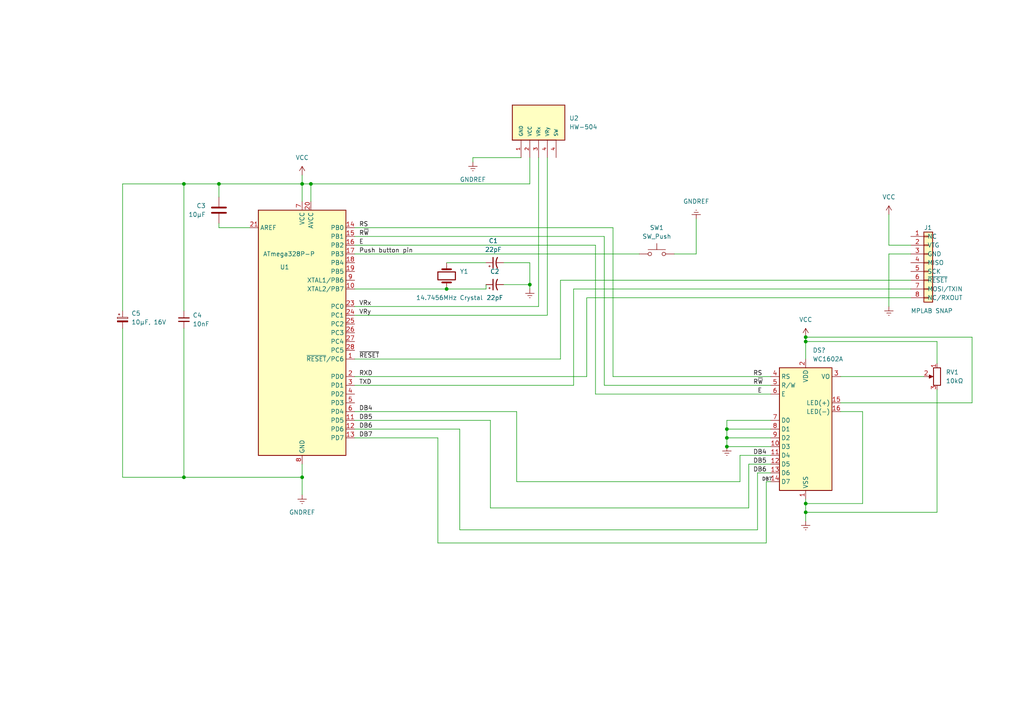
<source format=kicad_sch>
(kicad_sch (version 20211123) (generator eeschema)

  (uuid bc4e798d-005a-447a-9cbb-ffaa2d0a4a4a)

  (paper "A4")

  (title_block
    (title "ECE 312 Lab 3 Schematic")
    (date "2021-11-17")
    (company "University of Alberta")
    (comment 1 "Name: Youssef Elmarasy")
    (comment 2 "ID: 1667093")
    (comment 3 "CCID: yelmaras")
  )

  (lib_symbols
    (symbol "Connector_Generic:Conn_01x08" (pin_names (offset 1.016)) (in_bom yes) (on_board yes)
      (property "Reference" "J1" (id 0) (at -1.27 10.16 0)
        (effects (font (size 1.27 1.27)) (justify left))
      )
      (property "Value" "MPLAB SNAP" (id 1) (at -5.08 -13.97 0)
        (effects (font (size 1.27 1.27)) (justify left))
      )
      (property "Footprint" "" (id 2) (at 0 0 0)
        (effects (font (size 1.27 1.27)) hide)
      )
      (property "Datasheet" "~" (id 3) (at 0 0 0)
        (effects (font (size 1.27 1.27)) hide)
      )
      (property "ki_keywords" "connector" (id 4) (at 0 0 0)
        (effects (font (size 1.27 1.27)) hide)
      )
      (property "ki_description" "Generic connector, single row, 01x08, script generated (kicad-library-utils/schlib/autogen/connector/)" (id 5) (at 0 0 0)
        (effects (font (size 1.27 1.27)) hide)
      )
      (property "ki_fp_filters" "Connector*:*_1x??_*" (id 6) (at 0 0 0)
        (effects (font (size 1.27 1.27)) hide)
      )
      (symbol "Conn_01x08_1_1"
        (rectangle (start -1.27 -10.033) (end 0 -10.287)
          (stroke (width 0.1524) (type default) (color 0 0 0 0))
          (fill (type none))
        )
        (rectangle (start -1.27 -7.493) (end 0 -7.747)
          (stroke (width 0.1524) (type default) (color 0 0 0 0))
          (fill (type none))
        )
        (rectangle (start -1.27 -4.953) (end 0 -5.207)
          (stroke (width 0.1524) (type default) (color 0 0 0 0))
          (fill (type none))
        )
        (rectangle (start -1.27 -2.413) (end 0 -2.667)
          (stroke (width 0.1524) (type default) (color 0 0 0 0))
          (fill (type none))
        )
        (rectangle (start -1.27 0.127) (end 0 -0.127)
          (stroke (width 0.1524) (type default) (color 0 0 0 0))
          (fill (type none))
        )
        (rectangle (start -1.27 2.667) (end 0 2.413)
          (stroke (width 0.1524) (type default) (color 0 0 0 0))
          (fill (type none))
        )
        (rectangle (start -1.27 5.207) (end 0 4.953)
          (stroke (width 0.1524) (type default) (color 0 0 0 0))
          (fill (type none))
        )
        (rectangle (start -1.27 7.747) (end 0 7.493)
          (stroke (width 0.1524) (type default) (color 0 0 0 0))
          (fill (type none))
        )
        (rectangle (start -1.27 8.89) (end 1.27 -11.43)
          (stroke (width 0.254) (type default) (color 0 0 0 0))
          (fill (type background))
        )
        (pin passive line (at -5.08 7.62 0) (length 3.81)
          (name "NC" (effects (font (size 1.27 1.27))))
          (number "1" (effects (font (size 1.27 1.27))))
        )
        (pin passive line (at -5.08 5.08 0) (length 3.81)
          (name "VTG" (effects (font (size 1.27 1.27))))
          (number "2" (effects (font (size 1.27 1.27))))
        )
        (pin passive line (at -5.08 2.54 0) (length 3.81)
          (name "GND" (effects (font (size 1.27 1.27))))
          (number "3" (effects (font (size 1.27 1.27))))
        )
        (pin passive line (at -5.08 0 0) (length 3.81)
          (name "MISO" (effects (font (size 1.27 1.27))))
          (number "4" (effects (font (size 1.27 1.27))))
        )
        (pin passive line (at -5.08 -2.54 0) (length 3.81)
          (name "SCK" (effects (font (size 1.27 1.27))))
          (number "5" (effects (font (size 1.27 1.27))))
        )
        (pin passive line (at -5.08 -5.08 0) (length 3.81)
          (name "~{RESET}" (effects (font (size 1.27 1.27))))
          (number "6" (effects (font (size 1.27 1.27))))
        )
        (pin passive line (at -5.08 -7.62 0) (length 3.81)
          (name "MOSI/TXIN" (effects (font (size 1.27 1.27))))
          (number "7" (effects (font (size 1.27 1.27))))
        )
        (pin passive line (at -5.08 -10.16 0) (length 3.81)
          (name "NC/RXOUT" (effects (font (size 1.27 1.27))))
          (number "8" (effects (font (size 1.27 1.27))))
        )
      )
    )
    (symbol "Device:C" (pin_numbers hide) (pin_names (offset 0.254)) (in_bom yes) (on_board yes)
      (property "Reference" "C" (id 0) (at 0.635 2.54 0)
        (effects (font (size 1.27 1.27)) (justify left))
      )
      (property "Value" "C" (id 1) (at 0.635 -2.54 0)
        (effects (font (size 1.27 1.27)) (justify left))
      )
      (property "Footprint" "" (id 2) (at 0.9652 -3.81 0)
        (effects (font (size 1.27 1.27)) hide)
      )
      (property "Datasheet" "~" (id 3) (at 0 0 0)
        (effects (font (size 1.27 1.27)) hide)
      )
      (property "ki_keywords" "cap capacitor" (id 4) (at 0 0 0)
        (effects (font (size 1.27 1.27)) hide)
      )
      (property "ki_description" "Unpolarized capacitor" (id 5) (at 0 0 0)
        (effects (font (size 1.27 1.27)) hide)
      )
      (property "ki_fp_filters" "C_*" (id 6) (at 0 0 0)
        (effects (font (size 1.27 1.27)) hide)
      )
      (symbol "C_0_1"
        (polyline
          (pts
            (xy -2.032 -0.762)
            (xy 2.032 -0.762)
          )
          (stroke (width 0.508) (type default) (color 0 0 0 0))
          (fill (type none))
        )
        (polyline
          (pts
            (xy -2.032 0.762)
            (xy 2.032 0.762)
          )
          (stroke (width 0.508) (type default) (color 0 0 0 0))
          (fill (type none))
        )
      )
      (symbol "C_1_1"
        (pin passive line (at 0 3.81 270) (length 2.794)
          (name "~" (effects (font (size 1.27 1.27))))
          (number "1" (effects (font (size 1.27 1.27))))
        )
        (pin passive line (at 0 -3.81 90) (length 2.794)
          (name "~" (effects (font (size 1.27 1.27))))
          (number "2" (effects (font (size 1.27 1.27))))
        )
      )
    )
    (symbol "Device:C_Polarized_Small" (pin_numbers hide) (pin_names (offset 0.254) hide) (in_bom yes) (on_board yes)
      (property "Reference" "C" (id 0) (at 0.254 1.778 0)
        (effects (font (size 1.27 1.27)) (justify left))
      )
      (property "Value" "C_Polarized_Small" (id 1) (at 0.254 -2.032 0)
        (effects (font (size 1.27 1.27)) (justify left))
      )
      (property "Footprint" "" (id 2) (at 0 0 0)
        (effects (font (size 1.27 1.27)) hide)
      )
      (property "Datasheet" "~" (id 3) (at 0 0 0)
        (effects (font (size 1.27 1.27)) hide)
      )
      (property "ki_keywords" "cap capacitor" (id 4) (at 0 0 0)
        (effects (font (size 1.27 1.27)) hide)
      )
      (property "ki_description" "Polarized capacitor, small symbol" (id 5) (at 0 0 0)
        (effects (font (size 1.27 1.27)) hide)
      )
      (property "ki_fp_filters" "CP_*" (id 6) (at 0 0 0)
        (effects (font (size 1.27 1.27)) hide)
      )
      (symbol "C_Polarized_Small_0_1"
        (rectangle (start -1.524 -0.3048) (end 1.524 -0.6858)
          (stroke (width 0) (type default) (color 0 0 0 0))
          (fill (type outline))
        )
        (rectangle (start -1.524 0.6858) (end 1.524 0.3048)
          (stroke (width 0) (type default) (color 0 0 0 0))
          (fill (type none))
        )
        (polyline
          (pts
            (xy -1.27 1.524)
            (xy -0.762 1.524)
          )
          (stroke (width 0) (type default) (color 0 0 0 0))
          (fill (type none))
        )
        (polyline
          (pts
            (xy -1.016 1.27)
            (xy -1.016 1.778)
          )
          (stroke (width 0) (type default) (color 0 0 0 0))
          (fill (type none))
        )
      )
      (symbol "C_Polarized_Small_1_1"
        (pin passive line (at 0 2.54 270) (length 1.8542)
          (name "~" (effects (font (size 1.27 1.27))))
          (number "1" (effects (font (size 1.27 1.27))))
        )
        (pin passive line (at 0 -2.54 90) (length 1.8542)
          (name "~" (effects (font (size 1.27 1.27))))
          (number "2" (effects (font (size 1.27 1.27))))
        )
      )
    )
    (symbol "Device:C_Polarized_Small_US" (pin_numbers hide) (pin_names (offset 0.254) hide) (in_bom yes) (on_board yes)
      (property "Reference" "C" (id 0) (at 0.254 1.778 0)
        (effects (font (size 1.27 1.27)) (justify left))
      )
      (property "Value" "C_Polarized_Small_US" (id 1) (at 0.254 -2.032 0)
        (effects (font (size 1.27 1.27)) (justify left))
      )
      (property "Footprint" "" (id 2) (at 0 0 0)
        (effects (font (size 1.27 1.27)) hide)
      )
      (property "Datasheet" "~" (id 3) (at 0 0 0)
        (effects (font (size 1.27 1.27)) hide)
      )
      (property "ki_keywords" "cap capacitor" (id 4) (at 0 0 0)
        (effects (font (size 1.27 1.27)) hide)
      )
      (property "ki_description" "Polarized capacitor, small US symbol" (id 5) (at 0 0 0)
        (effects (font (size 1.27 1.27)) hide)
      )
      (property "ki_fp_filters" "CP_*" (id 6) (at 0 0 0)
        (effects (font (size 1.27 1.27)) hide)
      )
      (symbol "C_Polarized_Small_US_0_1"
        (polyline
          (pts
            (xy -1.524 0.508)
            (xy 1.524 0.508)
          )
          (stroke (width 0.3048) (type default) (color 0 0 0 0))
          (fill (type none))
        )
        (polyline
          (pts
            (xy -1.27 1.524)
            (xy -0.762 1.524)
          )
          (stroke (width 0) (type default) (color 0 0 0 0))
          (fill (type none))
        )
        (polyline
          (pts
            (xy -1.016 1.27)
            (xy -1.016 1.778)
          )
          (stroke (width 0) (type default) (color 0 0 0 0))
          (fill (type none))
        )
        (arc (start 1.524 -0.762) (mid 0 -0.3734) (end -1.524 -0.762)
          (stroke (width 0.3048) (type default) (color 0 0 0 0))
          (fill (type none))
        )
      )
      (symbol "C_Polarized_Small_US_1_1"
        (pin passive line (at 0 2.54 270) (length 2.032)
          (name "~" (effects (font (size 1.27 1.27))))
          (number "1" (effects (font (size 1.27 1.27))))
        )
        (pin passive line (at 0 -2.54 90) (length 2.032)
          (name "~" (effects (font (size 1.27 1.27))))
          (number "2" (effects (font (size 1.27 1.27))))
        )
      )
    )
    (symbol "Device:C_Small" (pin_numbers hide) (pin_names (offset 0.254) hide) (in_bom yes) (on_board yes)
      (property "Reference" "C" (id 0) (at 0.254 1.778 0)
        (effects (font (size 1.27 1.27)) (justify left))
      )
      (property "Value" "C_Small" (id 1) (at 0.254 -2.032 0)
        (effects (font (size 1.27 1.27)) (justify left))
      )
      (property "Footprint" "" (id 2) (at 0 0 0)
        (effects (font (size 1.27 1.27)) hide)
      )
      (property "Datasheet" "~" (id 3) (at 0 0 0)
        (effects (font (size 1.27 1.27)) hide)
      )
      (property "ki_keywords" "capacitor cap" (id 4) (at 0 0 0)
        (effects (font (size 1.27 1.27)) hide)
      )
      (property "ki_description" "Unpolarized capacitor, small symbol" (id 5) (at 0 0 0)
        (effects (font (size 1.27 1.27)) hide)
      )
      (property "ki_fp_filters" "C_*" (id 6) (at 0 0 0)
        (effects (font (size 1.27 1.27)) hide)
      )
      (symbol "C_Small_0_1"
        (polyline
          (pts
            (xy -1.524 -0.508)
            (xy 1.524 -0.508)
          )
          (stroke (width 0.3302) (type default) (color 0 0 0 0))
          (fill (type none))
        )
        (polyline
          (pts
            (xy -1.524 0.508)
            (xy 1.524 0.508)
          )
          (stroke (width 0.3048) (type default) (color 0 0 0 0))
          (fill (type none))
        )
      )
      (symbol "C_Small_1_1"
        (pin passive line (at 0 2.54 270) (length 2.032)
          (name "~" (effects (font (size 1.27 1.27))))
          (number "1" (effects (font (size 1.27 1.27))))
        )
        (pin passive line (at 0 -2.54 90) (length 2.032)
          (name "~" (effects (font (size 1.27 1.27))))
          (number "2" (effects (font (size 1.27 1.27))))
        )
      )
    )
    (symbol "Device:Crystal" (pin_numbers hide) (pin_names (offset 1.016) hide) (in_bom yes) (on_board yes)
      (property "Reference" "Y" (id 0) (at 0 3.81 0)
        (effects (font (size 1.27 1.27)))
      )
      (property "Value" "Crystal" (id 1) (at 0 -3.81 0)
        (effects (font (size 1.27 1.27)))
      )
      (property "Footprint" "" (id 2) (at 0 0 0)
        (effects (font (size 1.27 1.27)) hide)
      )
      (property "Datasheet" "~" (id 3) (at 0 0 0)
        (effects (font (size 1.27 1.27)) hide)
      )
      (property "ki_keywords" "quartz ceramic resonator oscillator" (id 4) (at 0 0 0)
        (effects (font (size 1.27 1.27)) hide)
      )
      (property "ki_description" "Two pin crystal" (id 5) (at 0 0 0)
        (effects (font (size 1.27 1.27)) hide)
      )
      (property "ki_fp_filters" "Crystal*" (id 6) (at 0 0 0)
        (effects (font (size 1.27 1.27)) hide)
      )
      (symbol "Crystal_0_1"
        (rectangle (start -1.143 2.54) (end 1.143 -2.54)
          (stroke (width 0.3048) (type default) (color 0 0 0 0))
          (fill (type none))
        )
        (polyline
          (pts
            (xy -2.54 0)
            (xy -1.905 0)
          )
          (stroke (width 0) (type default) (color 0 0 0 0))
          (fill (type none))
        )
        (polyline
          (pts
            (xy -1.905 -1.27)
            (xy -1.905 1.27)
          )
          (stroke (width 0.508) (type default) (color 0 0 0 0))
          (fill (type none))
        )
        (polyline
          (pts
            (xy 1.905 -1.27)
            (xy 1.905 1.27)
          )
          (stroke (width 0.508) (type default) (color 0 0 0 0))
          (fill (type none))
        )
        (polyline
          (pts
            (xy 2.54 0)
            (xy 1.905 0)
          )
          (stroke (width 0) (type default) (color 0 0 0 0))
          (fill (type none))
        )
      )
      (symbol "Crystal_1_1"
        (pin passive line (at -3.81 0 0) (length 1.27)
          (name "1" (effects (font (size 1.27 1.27))))
          (number "1" (effects (font (size 1.27 1.27))))
        )
        (pin passive line (at 3.81 0 180) (length 1.27)
          (name "2" (effects (font (size 1.27 1.27))))
          (number "2" (effects (font (size 1.27 1.27))))
        )
      )
    )
    (symbol "Device:R_Potentiometer" (pin_names (offset 1.016) hide) (in_bom yes) (on_board yes)
      (property "Reference" "RV" (id 0) (at -4.445 0 90)
        (effects (font (size 1.27 1.27)))
      )
      (property "Value" "R_Potentiometer" (id 1) (at -2.54 0 90)
        (effects (font (size 1.27 1.27)))
      )
      (property "Footprint" "" (id 2) (at 0 0 0)
        (effects (font (size 1.27 1.27)) hide)
      )
      (property "Datasheet" "~" (id 3) (at 0 0 0)
        (effects (font (size 1.27 1.27)) hide)
      )
      (property "ki_keywords" "resistor variable" (id 4) (at 0 0 0)
        (effects (font (size 1.27 1.27)) hide)
      )
      (property "ki_description" "Potentiometer" (id 5) (at 0 0 0)
        (effects (font (size 1.27 1.27)) hide)
      )
      (property "ki_fp_filters" "Potentiometer*" (id 6) (at 0 0 0)
        (effects (font (size 1.27 1.27)) hide)
      )
      (symbol "R_Potentiometer_0_1"
        (polyline
          (pts
            (xy 2.54 0)
            (xy 1.524 0)
          )
          (stroke (width 0) (type default) (color 0 0 0 0))
          (fill (type none))
        )
        (polyline
          (pts
            (xy 1.143 0)
            (xy 2.286 0.508)
            (xy 2.286 -0.508)
            (xy 1.143 0)
          )
          (stroke (width 0) (type default) (color 0 0 0 0))
          (fill (type outline))
        )
        (rectangle (start 1.016 2.54) (end -1.016 -2.54)
          (stroke (width 0.254) (type default) (color 0 0 0 0))
          (fill (type none))
        )
      )
      (symbol "R_Potentiometer_1_1"
        (pin passive line (at 0 3.81 270) (length 1.27)
          (name "1" (effects (font (size 1.27 1.27))))
          (number "1" (effects (font (size 1.27 1.27))))
        )
        (pin passive line (at 3.81 0 180) (length 1.27)
          (name "2" (effects (font (size 1.27 1.27))))
          (number "2" (effects (font (size 1.27 1.27))))
        )
        (pin passive line (at 0 -3.81 90) (length 1.27)
          (name "3" (effects (font (size 1.27 1.27))))
          (number "3" (effects (font (size 1.27 1.27))))
        )
      )
    )
    (symbol "Display_Character:WC1602A" (in_bom yes) (on_board yes)
      (property "Reference" "DS1" (id 0) (at 2.0194 22.86 0)
        (effects (font (size 1.27 1.27)) (justify left))
      )
      (property "Value" "WC1602A" (id 1) (at 2.0194 20.32 0)
        (effects (font (size 1.27 1.27)) (justify left))
      )
      (property "Footprint" "Display:WC1602A" (id 2) (at 0 -22.86 0)
        (effects (font (size 1.27 1.27) italic) hide)
      )
      (property "Datasheet" "http://www.wincomlcd.com/pdf/WC1602A-SFYLYHTC06.pdf" (id 3) (at 17.78 0 0)
        (effects (font (size 1.27 1.27)) hide)
      )
      (property "ki_keywords" "display LCD dot-matrix" (id 4) (at 0 0 0)
        (effects (font (size 1.27 1.27)) hide)
      )
      (property "ki_description" "LCD 16x2 Alphanumeric , 8 bit parallel bus, 5V VDD" (id 5) (at 0 0 0)
        (effects (font (size 1.27 1.27)) hide)
      )
      (property "ki_fp_filters" "*WC*1602A*" (id 6) (at 0 0 0)
        (effects (font (size 1.27 1.27)) hide)
      )
      (symbol "WC1602A_1_1"
        (rectangle (start -7.62 17.78) (end 7.62 -17.78)
          (stroke (width 0.254) (type default) (color 0 0 0 0))
          (fill (type background))
        )
        (pin power_in line (at 0 -20.32 90) (length 2.54)
          (name "VSS" (effects (font (size 1.27 1.27))))
          (number "1" (effects (font (size 1.27 1.27))))
        )
        (pin input line (at -10.16 -5.08 0) (length 2.54)
          (name "D3" (effects (font (size 1.27 1.27))))
          (number "10" (effects (font (size 1.27 1.27))))
        )
        (pin input line (at -10.16 -7.62 0) (length 2.54)
          (name "D4" (effects (font (size 1.27 1.27))))
          (number "11" (effects (font (size 1.27 1.27))))
        )
        (pin input line (at -10.16 -10.16 0) (length 2.54)
          (name "D5" (effects (font (size 1.27 1.27))))
          (number "12" (effects (font (size 1.27 1.27))))
        )
        (pin input line (at -10.16 -12.7 0) (length 2.54)
          (name "D6" (effects (font (size 1.27 1.27))))
          (number "13" (effects (font (size 1.27 1.27))))
        )
        (pin input line (at -10.16 -15.24 0) (length 2.54)
          (name "D7" (effects (font (size 1.27 1.27))))
          (number "14" (effects (font (size 1.27 1.27))))
        )
        (pin power_in line (at 10.16 7.62 180) (length 2.54)
          (name "LED(+)" (effects (font (size 1.27 1.27))))
          (number "15" (effects (font (size 1.27 1.27))))
        )
        (pin power_in line (at 10.16 5.08 180) (length 2.54)
          (name "LED(-)" (effects (font (size 1.27 1.27))))
          (number "16" (effects (font (size 1.27 1.27))))
        )
        (pin power_in line (at 0 20.32 270) (length 2.54)
          (name "VDD" (effects (font (size 1.27 1.27))))
          (number "2" (effects (font (size 1.27 1.27))))
        )
        (pin input line (at 10.16 15.24 180) (length 2.54)
          (name "VO" (effects (font (size 1.27 1.27))))
          (number "3" (effects (font (size 1.27 1.27))))
        )
        (pin input line (at -10.16 15.24 0) (length 2.54)
          (name "RS" (effects (font (size 1.27 1.27))))
          (number "4" (effects (font (size 1.27 1.27))))
        )
        (pin input line (at -10.16 12.7 0) (length 2.54)
          (name "R/W" (effects (font (size 1.27 1.27))))
          (number "5" (effects (font (size 1.27 1.27))))
        )
        (pin input line (at -10.16 10.16 0) (length 2.54)
          (name "E" (effects (font (size 1.27 1.27))))
          (number "6" (effects (font (size 1.27 1.27))))
        )
        (pin input line (at -10.16 2.54 0) (length 2.54)
          (name "D0" (effects (font (size 1.27 1.27))))
          (number "7" (effects (font (size 1.27 1.27))))
        )
        (pin input line (at -10.16 0 0) (length 2.54)
          (name "D1" (effects (font (size 1.27 1.27))))
          (number "8" (effects (font (size 1.27 1.27))))
        )
        (pin input line (at -10.16 -2.54 0) (length 2.54)
          (name "D2" (effects (font (size 1.27 1.27))))
          (number "9" (effects (font (size 1.27 1.27))))
        )
      )
    )
    (symbol "HC-SR04:HC-SR04" (pin_names (offset 1.016)) (in_bom yes) (on_board yes)
      (property "Reference" "U1" (id 0) (at 8.89 3.81 90)
        (effects (font (size 1.27 1.27)) (justify right))
      )
      (property "Value" "HW-504" (id 1) (at 8.89 0 90)
        (effects (font (size 1.27 1.27)) (justify right))
      )
      (property "Footprint" "" (id 2) (at 0 0 0)
        (effects (font (size 1.27 1.27)) (justify left bottom) hide)
      )
      (property "Datasheet" "" (id 3) (at 0 0 0)
        (effects (font (size 1.27 1.27)) (justify left bottom) hide)
      )
      (property "MANUFACTURER" "" (id 4) (at 0 0 0)
        (effects (font (size 1.27 1.27)) (justify left bottom) hide)
      )
      (property "ki_locked" "" (id 5) (at 0 0 0)
        (effects (font (size 1.27 1.27)))
      )
      (symbol "HC-SR04_0_0"
        (polyline
          (pts
            (xy 0 5.08)
            (xy 0 -7.62)
          )
          (stroke (width 0.254) (type default) (color 0 0 0 0))
          (fill (type none))
        )
        (rectangle (start 0 5.08) (end 10.16 -10.16)
          (stroke (width 0.254) (type default) (color 0 0 0 0))
          (fill (type background))
        )
        (pin power_in line (at -5.08 2.54 0) (length 5.08)
          (name "GND" (effects (font (size 1.016 1.016))))
          (number "1" (effects (font (size 1.016 1.016))))
        )
        (pin bidirectional line (at -5.08 0 0) (length 5.08)
          (name "VCC" (effects (font (size 1.016 1.016))))
          (number "2" (effects (font (size 1.016 1.016))))
        )
        (pin bidirectional line (at -5.08 -2.54 0) (length 5.08)
          (name "VRx" (effects (font (size 1.016 1.016))))
          (number "3" (effects (font (size 1.016 1.016))))
        )
        (pin power_in line (at -5.08 -7.62 0) (length 5.08)
          (name "SW" (effects (font (size 1.016 1.016))))
          (number "4" (effects (font (size 1.016 1.016))))
        )
        (pin power_in line (at -5.08 -5.08 0) (length 5.08)
          (name "VRy" (effects (font (size 1.016 1.016))))
          (number "4" (effects (font (size 1.016 1.016))))
        )
      )
    )
    (symbol "MCU_Microchip_ATmega:ATmega328P-P" (in_bom yes) (on_board yes)
      (property "Reference" "U" (id 0) (at -12.7 36.83 0)
        (effects (font (size 1.27 1.27)) (justify left bottom))
      )
      (property "Value" "ATmega328P-P" (id 1) (at 2.54 -36.83 0)
        (effects (font (size 1.27 1.27)) (justify left top))
      )
      (property "Footprint" "Package_DIP:DIP-28_W7.62mm" (id 2) (at 0 0 0)
        (effects (font (size 1.27 1.27) italic) hide)
      )
      (property "Datasheet" "http://ww1.microchip.com/downloads/en/DeviceDoc/ATmega328_P%20AVR%20MCU%20with%20picoPower%20Technology%20Data%20Sheet%2040001984A.pdf" (id 3) (at 0 0 0)
        (effects (font (size 1.27 1.27)) hide)
      )
      (property "ki_keywords" "AVR 8bit Microcontroller MegaAVR PicoPower" (id 4) (at 0 0 0)
        (effects (font (size 1.27 1.27)) hide)
      )
      (property "ki_description" "20MHz, 32kB Flash, 2kB SRAM, 1kB EEPROM, DIP-28" (id 5) (at 0 0 0)
        (effects (font (size 1.27 1.27)) hide)
      )
      (property "ki_fp_filters" "DIP*W7.62mm*" (id 6) (at 0 0 0)
        (effects (font (size 1.27 1.27)) hide)
      )
      (symbol "ATmega328P-P_0_1"
        (rectangle (start -12.7 -35.56) (end 12.7 35.56)
          (stroke (width 0.254) (type default) (color 0 0 0 0))
          (fill (type background))
        )
      )
      (symbol "ATmega328P-P_1_1"
        (pin bidirectional line (at 15.24 -7.62 180) (length 2.54)
          (name "~{RESET}/PC6" (effects (font (size 1.27 1.27))))
          (number "1" (effects (font (size 1.27 1.27))))
        )
        (pin bidirectional line (at 15.24 12.7 180) (length 2.54)
          (name "XTAL2/PB7" (effects (font (size 1.27 1.27))))
          (number "10" (effects (font (size 1.27 1.27))))
        )
        (pin bidirectional line (at 15.24 -25.4 180) (length 2.54)
          (name "PD5" (effects (font (size 1.27 1.27))))
          (number "11" (effects (font (size 1.27 1.27))))
        )
        (pin bidirectional line (at 15.24 -27.94 180) (length 2.54)
          (name "PD6" (effects (font (size 1.27 1.27))))
          (number "12" (effects (font (size 1.27 1.27))))
        )
        (pin bidirectional line (at 15.24 -30.48 180) (length 2.54)
          (name "PD7" (effects (font (size 1.27 1.27))))
          (number "13" (effects (font (size 1.27 1.27))))
        )
        (pin bidirectional line (at 15.24 30.48 180) (length 2.54)
          (name "PB0" (effects (font (size 1.27 1.27))))
          (number "14" (effects (font (size 1.27 1.27))))
        )
        (pin bidirectional line (at 15.24 27.94 180) (length 2.54)
          (name "PB1" (effects (font (size 1.27 1.27))))
          (number "15" (effects (font (size 1.27 1.27))))
        )
        (pin bidirectional line (at 15.24 25.4 180) (length 2.54)
          (name "PB2" (effects (font (size 1.27 1.27))))
          (number "16" (effects (font (size 1.27 1.27))))
        )
        (pin bidirectional line (at 15.24 22.86 180) (length 2.54)
          (name "PB3" (effects (font (size 1.27 1.27))))
          (number "17" (effects (font (size 1.27 1.27))))
        )
        (pin bidirectional line (at 15.24 20.32 180) (length 2.54)
          (name "PB4" (effects (font (size 1.27 1.27))))
          (number "18" (effects (font (size 1.27 1.27))))
        )
        (pin bidirectional line (at 15.24 17.78 180) (length 2.54)
          (name "PB5" (effects (font (size 1.27 1.27))))
          (number "19" (effects (font (size 1.27 1.27))))
        )
        (pin bidirectional line (at 15.24 -12.7 180) (length 2.54)
          (name "PD0" (effects (font (size 1.27 1.27))))
          (number "2" (effects (font (size 1.27 1.27))))
        )
        (pin power_in line (at 2.54 38.1 270) (length 2.54)
          (name "AVCC" (effects (font (size 1.27 1.27))))
          (number "20" (effects (font (size 1.27 1.27))))
        )
        (pin passive line (at -15.24 30.48 0) (length 2.54)
          (name "AREF" (effects (font (size 1.27 1.27))))
          (number "21" (effects (font (size 1.27 1.27))))
        )
        (pin passive line (at 0 -38.1 90) (length 2.54) hide
          (name "GND" (effects (font (size 1.27 1.27))))
          (number "22" (effects (font (size 1.27 1.27))))
        )
        (pin bidirectional line (at 15.24 7.62 180) (length 2.54)
          (name "PC0" (effects (font (size 1.27 1.27))))
          (number "23" (effects (font (size 1.27 1.27))))
        )
        (pin bidirectional line (at 15.24 5.08 180) (length 2.54)
          (name "PC1" (effects (font (size 1.27 1.27))))
          (number "24" (effects (font (size 1.27 1.27))))
        )
        (pin bidirectional line (at 15.24 2.54 180) (length 2.54)
          (name "PC2" (effects (font (size 1.27 1.27))))
          (number "25" (effects (font (size 1.27 1.27))))
        )
        (pin bidirectional line (at 15.24 0 180) (length 2.54)
          (name "PC3" (effects (font (size 1.27 1.27))))
          (number "26" (effects (font (size 1.27 1.27))))
        )
        (pin bidirectional line (at 15.24 -2.54 180) (length 2.54)
          (name "PC4" (effects (font (size 1.27 1.27))))
          (number "27" (effects (font (size 1.27 1.27))))
        )
        (pin bidirectional line (at 15.24 -5.08 180) (length 2.54)
          (name "PC5" (effects (font (size 1.27 1.27))))
          (number "28" (effects (font (size 1.27 1.27))))
        )
        (pin bidirectional line (at 15.24 -15.24 180) (length 2.54)
          (name "PD1" (effects (font (size 1.27 1.27))))
          (number "3" (effects (font (size 1.27 1.27))))
        )
        (pin bidirectional line (at 15.24 -17.78 180) (length 2.54)
          (name "PD2" (effects (font (size 1.27 1.27))))
          (number "4" (effects (font (size 1.27 1.27))))
        )
        (pin bidirectional line (at 15.24 -20.32 180) (length 2.54)
          (name "PD3" (effects (font (size 1.27 1.27))))
          (number "5" (effects (font (size 1.27 1.27))))
        )
        (pin bidirectional line (at 15.24 -22.86 180) (length 2.54)
          (name "PD4" (effects (font (size 1.27 1.27))))
          (number "6" (effects (font (size 1.27 1.27))))
        )
        (pin power_in line (at 0 38.1 270) (length 2.54)
          (name "VCC" (effects (font (size 1.27 1.27))))
          (number "7" (effects (font (size 1.27 1.27))))
        )
        (pin power_in line (at 0 -38.1 90) (length 2.54)
          (name "GND" (effects (font (size 1.27 1.27))))
          (number "8" (effects (font (size 1.27 1.27))))
        )
        (pin bidirectional line (at 15.24 15.24 180) (length 2.54)
          (name "XTAL1/PB6" (effects (font (size 1.27 1.27))))
          (number "9" (effects (font (size 1.27 1.27))))
        )
      )
    )
    (symbol "Switch:SW_Push" (pin_numbers hide) (pin_names (offset 1.016) hide) (in_bom yes) (on_board yes)
      (property "Reference" "SW" (id 0) (at 1.27 2.54 0)
        (effects (font (size 1.27 1.27)) (justify left))
      )
      (property "Value" "SW_Push" (id 1) (at 0 -1.524 0)
        (effects (font (size 1.27 1.27)))
      )
      (property "Footprint" "" (id 2) (at 0 5.08 0)
        (effects (font (size 1.27 1.27)) hide)
      )
      (property "Datasheet" "~" (id 3) (at 0 5.08 0)
        (effects (font (size 1.27 1.27)) hide)
      )
      (property "ki_keywords" "switch normally-open pushbutton push-button" (id 4) (at 0 0 0)
        (effects (font (size 1.27 1.27)) hide)
      )
      (property "ki_description" "Push button switch, generic, two pins" (id 5) (at 0 0 0)
        (effects (font (size 1.27 1.27)) hide)
      )
      (symbol "SW_Push_0_1"
        (circle (center -2.032 0) (radius 0.508)
          (stroke (width 0) (type default) (color 0 0 0 0))
          (fill (type none))
        )
        (polyline
          (pts
            (xy 0 1.27)
            (xy 0 3.048)
          )
          (stroke (width 0) (type default) (color 0 0 0 0))
          (fill (type none))
        )
        (polyline
          (pts
            (xy 2.54 1.27)
            (xy -2.54 1.27)
          )
          (stroke (width 0) (type default) (color 0 0 0 0))
          (fill (type none))
        )
        (circle (center 2.032 0) (radius 0.508)
          (stroke (width 0) (type default) (color 0 0 0 0))
          (fill (type none))
        )
        (pin passive line (at -5.08 0 0) (length 2.54)
          (name "1" (effects (font (size 1.27 1.27))))
          (number "1" (effects (font (size 1.27 1.27))))
        )
        (pin passive line (at 5.08 0 180) (length 2.54)
          (name "2" (effects (font (size 1.27 1.27))))
          (number "2" (effects (font (size 1.27 1.27))))
        )
      )
    )
    (symbol "power:GNDREF" (power) (pin_names (offset 0)) (in_bom yes) (on_board yes)
      (property "Reference" "#PWR" (id 0) (at 0 -6.35 0)
        (effects (font (size 1.27 1.27)) hide)
      )
      (property "Value" "GNDREF" (id 1) (at 0 -3.81 0)
        (effects (font (size 1.27 1.27)))
      )
      (property "Footprint" "" (id 2) (at 0 0 0)
        (effects (font (size 1.27 1.27)) hide)
      )
      (property "Datasheet" "" (id 3) (at 0 0 0)
        (effects (font (size 1.27 1.27)) hide)
      )
      (property "ki_keywords" "power-flag" (id 4) (at 0 0 0)
        (effects (font (size 1.27 1.27)) hide)
      )
      (property "ki_description" "Power symbol creates a global label with name \"GNDREF\" , reference supply ground" (id 5) (at 0 0 0)
        (effects (font (size 1.27 1.27)) hide)
      )
      (symbol "GNDREF_0_1"
        (polyline
          (pts
            (xy -0.635 -1.905)
            (xy 0.635 -1.905)
          )
          (stroke (width 0) (type default) (color 0 0 0 0))
          (fill (type none))
        )
        (polyline
          (pts
            (xy -0.127 -2.54)
            (xy 0.127 -2.54)
          )
          (stroke (width 0) (type default) (color 0 0 0 0))
          (fill (type none))
        )
        (polyline
          (pts
            (xy 0 -1.27)
            (xy 0 0)
          )
          (stroke (width 0) (type default) (color 0 0 0 0))
          (fill (type none))
        )
        (polyline
          (pts
            (xy 1.27 -1.27)
            (xy -1.27 -1.27)
          )
          (stroke (width 0) (type default) (color 0 0 0 0))
          (fill (type none))
        )
      )
      (symbol "GNDREF_1_1"
        (pin power_in line (at 0 0 270) (length 0) hide
          (name "GNDREF" (effects (font (size 1.27 1.27))))
          (number "1" (effects (font (size 1.27 1.27))))
        )
      )
    )
    (symbol "power:VCC" (power) (pin_names (offset 0)) (in_bom yes) (on_board yes)
      (property "Reference" "#PWR" (id 0) (at 0 -3.81 0)
        (effects (font (size 1.27 1.27)) hide)
      )
      (property "Value" "VCC" (id 1) (at 0 3.81 0)
        (effects (font (size 1.27 1.27)))
      )
      (property "Footprint" "" (id 2) (at 0 0 0)
        (effects (font (size 1.27 1.27)) hide)
      )
      (property "Datasheet" "" (id 3) (at 0 0 0)
        (effects (font (size 1.27 1.27)) hide)
      )
      (property "ki_keywords" "power-flag" (id 4) (at 0 0 0)
        (effects (font (size 1.27 1.27)) hide)
      )
      (property "ki_description" "Power symbol creates a global label with name \"VCC\"" (id 5) (at 0 0 0)
        (effects (font (size 1.27 1.27)) hide)
      )
      (symbol "VCC_0_1"
        (polyline
          (pts
            (xy -0.762 1.27)
            (xy 0 2.54)
          )
          (stroke (width 0) (type default) (color 0 0 0 0))
          (fill (type none))
        )
        (polyline
          (pts
            (xy 0 0)
            (xy 0 2.54)
          )
          (stroke (width 0) (type default) (color 0 0 0 0))
          (fill (type none))
        )
        (polyline
          (pts
            (xy 0 2.54)
            (xy 0.762 1.27)
          )
          (stroke (width 0) (type default) (color 0 0 0 0))
          (fill (type none))
        )
      )
      (symbol "VCC_1_1"
        (pin power_in line (at 0 0 90) (length 0) hide
          (name "VCC" (effects (font (size 1.27 1.27))))
          (number "1" (effects (font (size 1.27 1.27))))
        )
      )
    )
  )

  (junction (at 90.17 53.34) (diameter 0) (color 0 0 0 0)
    (uuid 1f8ef091-a997-47c0-bb19-0af52a2b1284)
  )
  (junction (at 210.82 127) (diameter 0) (color 0 0 0 0)
    (uuid 279eeefb-18a9-4b92-a1da-7712d4fd79bb)
  )
  (junction (at 87.63 138.43) (diameter 0) (color 0 0 0 0)
    (uuid 2b70473f-ec3f-4821-a478-d42dbc904823)
  )
  (junction (at 233.68 97.79) (diameter 0) (color 0 0 0 0)
    (uuid 4f9602a6-8239-4dcc-b68f-fdabdb2d4adf)
  )
  (junction (at 129.54 83.82) (diameter 0) (color 0 0 0 0)
    (uuid 5a814fc5-bf6a-4fa7-9936-cd14d49b6cb2)
  )
  (junction (at 233.68 148.59) (diameter 0) (color 0 0 0 0)
    (uuid 6889ac6b-598c-458a-ba32-6441ac46bc15)
  )
  (junction (at 210.82 124.46) (diameter 0) (color 0 0 0 0)
    (uuid 69aa3a77-d966-4371-a4ce-dc0ac853d8e7)
  )
  (junction (at 233.68 146.05) (diameter 0) (color 0 0 0 0)
    (uuid 69ed79d6-322a-4f68-add3-80fedbcfa1a2)
  )
  (junction (at 63.5 53.34) (diameter 0) (color 0 0 0 0)
    (uuid 6ecd988c-f77c-4a62-a082-fed63e31a4b8)
  )
  (junction (at 87.63 53.34) (diameter 0) (color 0 0 0 0)
    (uuid 70454292-80b8-4fc6-b1bd-fc0246022824)
  )
  (junction (at 210.82 129.54) (diameter 0) (color 0 0 0 0)
    (uuid 86d40e08-a340-48db-8c3d-cd46ef31b1a2)
  )
  (junction (at 233.68 99.06) (diameter 0) (color 0 0 0 0)
    (uuid a887076a-2194-4409-9cc2-133562dc84f9)
  )
  (junction (at 53.34 53.34) (diameter 0) (color 0 0 0 0)
    (uuid c0476f12-706c-4d77-8185-8baa8e2afd6a)
  )
  (junction (at 53.34 138.43) (diameter 0) (color 0 0 0 0)
    (uuid d3dbff51-e316-4e47-8b3c-481bf2712b29)
  )
  (junction (at 153.67 82.55) (diameter 0) (color 0 0 0 0)
    (uuid e1a88be3-de0b-4069-8a87-bde6cf642d8b)
  )

  (wire (pts (xy 233.68 144.78) (xy 233.68 146.05))
    (stroke (width 0) (type default) (color 0 0 0 0))
    (uuid 049731b4-426e-4d9e-9535-33fc1120452f)
  )
  (wire (pts (xy 133.35 124.46) (xy 133.35 153.67))
    (stroke (width 0) (type default) (color 0 0 0 0))
    (uuid 0c884996-d909-4c02-a89a-c948a2a9f44a)
  )
  (wire (pts (xy 158.75 45.72) (xy 158.75 91.44))
    (stroke (width 0) (type default) (color 0 0 0 0))
    (uuid 0cd52556-365a-40ea-9fbe-0f8f56c0971b)
  )
  (wire (pts (xy 102.87 127) (xy 127 127))
    (stroke (width 0) (type default) (color 0 0 0 0))
    (uuid 0e865734-c30b-4034-b6ab-b1911c37e323)
  )
  (wire (pts (xy 146.05 82.55) (xy 153.67 82.55))
    (stroke (width 0) (type default) (color 0 0 0 0))
    (uuid 0fcf659c-6d36-4f7f-aaed-ef5d93145db6)
  )
  (wire (pts (xy 172.72 71.12) (xy 102.87 71.12))
    (stroke (width 0) (type default) (color 0 0 0 0))
    (uuid 10f3cf65-c1a9-4c1a-bc9f-aea5101155e2)
  )
  (wire (pts (xy 127 157.48) (xy 222.25 157.48))
    (stroke (width 0) (type default) (color 0 0 0 0))
    (uuid 153fbf15-cdf2-4f1a-9e16-bdbccef85279)
  )
  (wire (pts (xy 223.52 124.46) (xy 210.82 124.46))
    (stroke (width 0) (type default) (color 0 0 0 0))
    (uuid 1c1473df-9c2e-4217-b6dd-da6ecf02b2bb)
  )
  (wire (pts (xy 87.63 53.34) (xy 87.63 58.42))
    (stroke (width 0) (type default) (color 0 0 0 0))
    (uuid 1d51e4a0-7fcf-4f9a-9bd6-ce0385a6c58c)
  )
  (wire (pts (xy 53.34 53.34) (xy 63.5 53.34))
    (stroke (width 0) (type default) (color 0 0 0 0))
    (uuid 24726a33-1e14-4f8f-802d-3ef8341084c7)
  )
  (wire (pts (xy 170.18 109.22) (xy 102.87 109.22))
    (stroke (width 0) (type default) (color 0 0 0 0))
    (uuid 267f0f26-2e6c-4ed8-87d8-c1a0b18a8111)
  )
  (wire (pts (xy 162.56 81.28) (xy 264.16 81.28))
    (stroke (width 0) (type default) (color 0 0 0 0))
    (uuid 27ec57be-e40e-466b-b43b-375cbbc92a46)
  )
  (wire (pts (xy 129.54 76.2) (xy 140.97 76.2))
    (stroke (width 0) (type default) (color 0 0 0 0))
    (uuid 29f08d56-5944-4998-88fa-ae3b4090f765)
  )
  (wire (pts (xy 133.35 153.67) (xy 219.71 153.67))
    (stroke (width 0) (type default) (color 0 0 0 0))
    (uuid 2bbae2d3-be90-4a42-83c1-3aa7ef224a76)
  )
  (wire (pts (xy 223.52 127) (xy 210.82 127))
    (stroke (width 0) (type default) (color 0 0 0 0))
    (uuid 2d4fd483-c11b-44ac-9247-457d94c7db48)
  )
  (wire (pts (xy 222.25 157.48) (xy 222.25 139.7))
    (stroke (width 0) (type default) (color 0 0 0 0))
    (uuid 2ec4601f-df97-418b-8e91-e66252be6241)
  )
  (wire (pts (xy 90.17 53.34) (xy 153.67 53.34))
    (stroke (width 0) (type default) (color 0 0 0 0))
    (uuid 2f47bef8-414f-44b8-be57-1341c0e3e9d1)
  )
  (wire (pts (xy 63.5 66.04) (xy 63.5 64.77))
    (stroke (width 0) (type default) (color 0 0 0 0))
    (uuid 32c5e29f-1ccc-42f0-80d0-b50e448b5ac9)
  )
  (wire (pts (xy 35.56 53.34) (xy 35.56 90.17))
    (stroke (width 0) (type default) (color 0 0 0 0))
    (uuid 33133479-6f60-4d89-b691-8a3e5913ef05)
  )
  (wire (pts (xy 63.5 53.34) (xy 87.63 53.34))
    (stroke (width 0) (type default) (color 0 0 0 0))
    (uuid 3b1e40a7-b0dc-4d9c-92ae-56cedee072aa)
  )
  (wire (pts (xy 129.54 83.82) (xy 140.97 83.82))
    (stroke (width 0) (type default) (color 0 0 0 0))
    (uuid 3b25fd3e-1361-46c7-a935-5b300120f8f1)
  )
  (wire (pts (xy 90.17 58.42) (xy 90.17 53.34))
    (stroke (width 0) (type default) (color 0 0 0 0))
    (uuid 3e3ad0c0-23aa-46e6-87b3-4eca346d1763)
  )
  (wire (pts (xy 257.81 71.12) (xy 257.81 62.23))
    (stroke (width 0) (type default) (color 0 0 0 0))
    (uuid 4131b1bb-96d4-41b1-b78b-8784b1e5ef58)
  )
  (wire (pts (xy 214.63 132.08) (xy 223.52 132.08))
    (stroke (width 0) (type default) (color 0 0 0 0))
    (uuid 43564809-e89b-4c0a-8f67-180495d5f390)
  )
  (wire (pts (xy 264.16 71.12) (xy 257.81 71.12))
    (stroke (width 0) (type default) (color 0 0 0 0))
    (uuid 45014e65-e010-4828-9347-45b1dcd6438f)
  )
  (wire (pts (xy 158.75 91.44) (xy 102.87 91.44))
    (stroke (width 0) (type default) (color 0 0 0 0))
    (uuid 45fef2e6-13df-4408-bb92-9d5eb9b5f7f5)
  )
  (wire (pts (xy 217.17 147.32) (xy 217.17 134.62))
    (stroke (width 0) (type default) (color 0 0 0 0))
    (uuid 46245793-3b57-44ee-b543-322954f67e1d)
  )
  (wire (pts (xy 149.86 139.7) (xy 214.63 139.7))
    (stroke (width 0) (type default) (color 0 0 0 0))
    (uuid 4dd79153-c824-4605-a03e-a57a5c28c697)
  )
  (wire (pts (xy 156.21 45.72) (xy 156.21 88.9))
    (stroke (width 0) (type default) (color 0 0 0 0))
    (uuid 4f0decda-0a43-4f2d-b24f-64b492b10df3)
  )
  (wire (pts (xy 223.52 111.76) (xy 175.26 111.76))
    (stroke (width 0) (type default) (color 0 0 0 0))
    (uuid 4fe71728-1c71-4ba3-8bcb-3073dddd5993)
  )
  (wire (pts (xy 223.52 114.3) (xy 172.72 114.3))
    (stroke (width 0) (type default) (color 0 0 0 0))
    (uuid 5046fb44-0363-4006-98d1-6d265e522680)
  )
  (wire (pts (xy 102.87 119.38) (xy 149.86 119.38))
    (stroke (width 0) (type default) (color 0 0 0 0))
    (uuid 52c4ed53-172d-4f2d-b6aa-841dcce41226)
  )
  (wire (pts (xy 142.24 121.92) (xy 142.24 147.32))
    (stroke (width 0) (type default) (color 0 0 0 0))
    (uuid 53904f98-12da-4890-8aff-f0ba474fe7c3)
  )
  (wire (pts (xy 281.94 116.84) (xy 281.94 97.79))
    (stroke (width 0) (type default) (color 0 0 0 0))
    (uuid 5eb9cf44-f164-4071-8ee7-3c7aa241c408)
  )
  (wire (pts (xy 177.8 66.04) (xy 102.87 66.04))
    (stroke (width 0) (type default) (color 0 0 0 0))
    (uuid 62dd802c-7bf0-47da-aac1-c0c116a8fab2)
  )
  (wire (pts (xy 210.82 129.54) (xy 223.52 129.54))
    (stroke (width 0) (type default) (color 0 0 0 0))
    (uuid 637d589e-a3fa-4546-976f-f9429a8cb847)
  )
  (wire (pts (xy 233.68 99.06) (xy 233.68 104.14))
    (stroke (width 0) (type default) (color 0 0 0 0))
    (uuid 728810a0-201b-4c54-8fa7-75c67505d0aa)
  )
  (wire (pts (xy 219.71 137.16) (xy 223.52 137.16))
    (stroke (width 0) (type default) (color 0 0 0 0))
    (uuid 73b87e44-2450-4c0c-9712-f6c0f273d2a5)
  )
  (wire (pts (xy 264.16 86.36) (xy 170.18 86.36))
    (stroke (width 0) (type default) (color 0 0 0 0))
    (uuid 78d9f9b9-6c5c-43d0-a183-55ed8cf6e4ab)
  )
  (wire (pts (xy 243.84 109.22) (xy 267.97 109.22))
    (stroke (width 0) (type default) (color 0 0 0 0))
    (uuid 7ac7e37e-91a8-4342-bc08-5684a189863d)
  )
  (wire (pts (xy 142.24 147.32) (xy 217.17 147.32))
    (stroke (width 0) (type default) (color 0 0 0 0))
    (uuid 7d2e3969-4d94-4840-b396-7a83b25fa5e8)
  )
  (wire (pts (xy 53.34 95.25) (xy 53.34 138.43))
    (stroke (width 0) (type default) (color 0 0 0 0))
    (uuid 7d642d1c-7f14-4f71-afdf-b1c90d228b4e)
  )
  (wire (pts (xy 264.16 83.82) (xy 166.37 83.82))
    (stroke (width 0) (type default) (color 0 0 0 0))
    (uuid 7eef5346-a61c-4bc4-bca8-7b7ecb108cde)
  )
  (wire (pts (xy 210.82 127) (xy 210.82 129.54))
    (stroke (width 0) (type default) (color 0 0 0 0))
    (uuid 7fc19481-e074-412f-86c7-c1c886abe5b9)
  )
  (wire (pts (xy 175.26 68.58) (xy 102.87 68.58))
    (stroke (width 0) (type default) (color 0 0 0 0))
    (uuid 8469cbe8-050f-4ec0-9032-c8e35ce3b763)
  )
  (wire (pts (xy 170.18 86.36) (xy 170.18 109.22))
    (stroke (width 0) (type default) (color 0 0 0 0))
    (uuid 89f0b405-4c85-497d-a908-c828f9184da5)
  )
  (wire (pts (xy 102.87 73.66) (xy 185.42 73.66))
    (stroke (width 0) (type default) (color 0 0 0 0))
    (uuid 8b4b2c1b-c56d-4f39-8350-181fe6978a1c)
  )
  (wire (pts (xy 233.68 146.05) (xy 233.68 148.59))
    (stroke (width 0) (type default) (color 0 0 0 0))
    (uuid 8c202bf6-c915-4b1a-8c9f-770ada40a104)
  )
  (wire (pts (xy 233.68 99.06) (xy 271.78 99.06))
    (stroke (width 0) (type default) (color 0 0 0 0))
    (uuid 8d540158-5b7e-4dcb-93c3-124ead408024)
  )
  (wire (pts (xy 146.05 76.2) (xy 153.67 76.2))
    (stroke (width 0) (type default) (color 0 0 0 0))
    (uuid 920b0de4-0b6b-4fea-b247-bf4cfcf88154)
  )
  (wire (pts (xy 201.93 73.66) (xy 201.93 63.5))
    (stroke (width 0) (type default) (color 0 0 0 0))
    (uuid 9533e5d1-f0b0-4c86-b327-3638b427d24e)
  )
  (wire (pts (xy 195.58 73.66) (xy 201.93 73.66))
    (stroke (width 0) (type default) (color 0 0 0 0))
    (uuid 95a13827-4a77-4c79-9998-49167da014e2)
  )
  (wire (pts (xy 35.56 95.25) (xy 35.56 138.43))
    (stroke (width 0) (type default) (color 0 0 0 0))
    (uuid 9607adeb-f030-4734-9668-826dac832565)
  )
  (wire (pts (xy 223.52 109.22) (xy 177.8 109.22))
    (stroke (width 0) (type default) (color 0 0 0 0))
    (uuid 962f6ff8-1cce-48e4-8143-ad7895eb88be)
  )
  (wire (pts (xy 53.34 90.17) (xy 53.34 53.34))
    (stroke (width 0) (type default) (color 0 0 0 0))
    (uuid 96e8cdce-aa8e-43cf-a9a7-409dad220725)
  )
  (wire (pts (xy 72.39 66.04) (xy 63.5 66.04))
    (stroke (width 0) (type default) (color 0 0 0 0))
    (uuid 978c9a68-e567-462c-a0a7-83ae8c9970bf)
  )
  (wire (pts (xy 151.13 45.72) (xy 137.16 45.72))
    (stroke (width 0) (type default) (color 0 0 0 0))
    (uuid 9cc6bc2d-60f1-4fc7-8535-ae39155ae7db)
  )
  (wire (pts (xy 233.68 97.79) (xy 233.68 99.06))
    (stroke (width 0) (type default) (color 0 0 0 0))
    (uuid a15c97a7-50fa-4c7c-8794-ecaeee6a0de5)
  )
  (wire (pts (xy 243.84 116.84) (xy 281.94 116.84))
    (stroke (width 0) (type default) (color 0 0 0 0))
    (uuid a2d94414-6913-4254-a65c-54fb90091d70)
  )
  (wire (pts (xy 166.37 111.76) (xy 102.87 111.76))
    (stroke (width 0) (type default) (color 0 0 0 0))
    (uuid a2ee08c9-9f0b-4155-9326-3884e3e01c7c)
  )
  (wire (pts (xy 233.68 148.59) (xy 233.68 151.13))
    (stroke (width 0) (type default) (color 0 0 0 0))
    (uuid a4100da5-f492-4600-a6de-2a69d288f99b)
  )
  (wire (pts (xy 87.63 134.62) (xy 87.63 138.43))
    (stroke (width 0) (type default) (color 0 0 0 0))
    (uuid a56fe3a2-0602-4caf-baba-5e8693131952)
  )
  (wire (pts (xy 87.63 138.43) (xy 87.63 143.51))
    (stroke (width 0) (type default) (color 0 0 0 0))
    (uuid a7e5e667-dcd7-4e92-9d97-93d132a7c1ce)
  )
  (wire (pts (xy 271.78 113.03) (xy 271.78 148.59))
    (stroke (width 0) (type default) (color 0 0 0 0))
    (uuid b28b8b77-f734-4e9d-9e72-6ce54e069f47)
  )
  (wire (pts (xy 137.16 45.72) (xy 137.16 46.99))
    (stroke (width 0) (type default) (color 0 0 0 0))
    (uuid b3d522aa-4848-4b38-a53f-b27a044984da)
  )
  (wire (pts (xy 257.81 73.66) (xy 257.81 88.9))
    (stroke (width 0) (type default) (color 0 0 0 0))
    (uuid b6739732-b3ec-4c18-b497-09cbc579a9b4)
  )
  (wire (pts (xy 271.78 148.59) (xy 233.68 148.59))
    (stroke (width 0) (type default) (color 0 0 0 0))
    (uuid b6e49dec-9094-4365-885a-ebf21951049d)
  )
  (wire (pts (xy 153.67 83.82) (xy 153.67 82.55))
    (stroke (width 0) (type default) (color 0 0 0 0))
    (uuid b8976455-fa83-4fe3-96c0-7b1737aef9de)
  )
  (wire (pts (xy 63.5 53.34) (xy 63.5 57.15))
    (stroke (width 0) (type default) (color 0 0 0 0))
    (uuid b8b43f82-e800-413d-b876-861a17abd011)
  )
  (wire (pts (xy 217.17 134.62) (xy 223.52 134.62))
    (stroke (width 0) (type default) (color 0 0 0 0))
    (uuid b90d5fc3-7024-459b-94d2-383453321aec)
  )
  (wire (pts (xy 243.84 119.38) (xy 250.19 119.38))
    (stroke (width 0) (type default) (color 0 0 0 0))
    (uuid bbd3e91d-f8df-4914-bafb-daef9ec30c5b)
  )
  (wire (pts (xy 214.63 139.7) (xy 214.63 132.08))
    (stroke (width 0) (type default) (color 0 0 0 0))
    (uuid bd825aea-637d-4ed4-bd1d-631133790c1f)
  )
  (wire (pts (xy 264.16 73.66) (xy 257.81 73.66))
    (stroke (width 0) (type default) (color 0 0 0 0))
    (uuid be0ac595-8e76-4498-b580-f6ccfc450c3e)
  )
  (wire (pts (xy 210.82 124.46) (xy 210.82 127))
    (stroke (width 0) (type default) (color 0 0 0 0))
    (uuid be7707c8-e6e7-4e1d-9a52-fae8c40f8bce)
  )
  (wire (pts (xy 87.63 53.34) (xy 90.17 53.34))
    (stroke (width 0) (type default) (color 0 0 0 0))
    (uuid bf0b1b0b-f29b-428e-a48c-5f968c6a1098)
  )
  (wire (pts (xy 281.94 97.79) (xy 233.68 97.79))
    (stroke (width 0) (type default) (color 0 0 0 0))
    (uuid c1328574-6ceb-437c-86d0-328fa78fe89c)
  )
  (wire (pts (xy 35.56 138.43) (xy 53.34 138.43))
    (stroke (width 0) (type default) (color 0 0 0 0))
    (uuid c86ee696-9b64-4789-bac2-3aa97306a808)
  )
  (wire (pts (xy 102.87 124.46) (xy 133.35 124.46))
    (stroke (width 0) (type default) (color 0 0 0 0))
    (uuid cc2902c5-86e3-467c-9b21-058100c13656)
  )
  (wire (pts (xy 166.37 83.82) (xy 166.37 111.76))
    (stroke (width 0) (type default) (color 0 0 0 0))
    (uuid ceae4690-7d64-473a-b18d-7c314f599db6)
  )
  (wire (pts (xy 149.86 119.38) (xy 149.86 139.7))
    (stroke (width 0) (type default) (color 0 0 0 0))
    (uuid cf4a77ae-5108-44ae-a76a-b7fc46ede342)
  )
  (wire (pts (xy 127 127) (xy 127 157.48))
    (stroke (width 0) (type default) (color 0 0 0 0))
    (uuid d1c65c95-63a1-42c2-a356-92cc27f1276f)
  )
  (wire (pts (xy 53.34 53.34) (xy 35.56 53.34))
    (stroke (width 0) (type default) (color 0 0 0 0))
    (uuid d2287782-9bf0-49ab-821b-85f42c509b83)
  )
  (wire (pts (xy 87.63 50.8) (xy 87.63 53.34))
    (stroke (width 0) (type default) (color 0 0 0 0))
    (uuid d2454997-eb66-4032-b012-2d5eb0b0baa0)
  )
  (wire (pts (xy 153.67 76.2) (xy 153.67 82.55))
    (stroke (width 0) (type default) (color 0 0 0 0))
    (uuid d2df46ec-cf45-41c6-9927-2d8fad0fc2bc)
  )
  (wire (pts (xy 172.72 114.3) (xy 172.72 71.12))
    (stroke (width 0) (type default) (color 0 0 0 0))
    (uuid d32e5ee9-7303-43e3-b40b-a28f4b5e1b76)
  )
  (wire (pts (xy 175.26 111.76) (xy 175.26 68.58))
    (stroke (width 0) (type default) (color 0 0 0 0))
    (uuid d5a8f25d-2298-46a8-ba2d-ae1fa5d6f726)
  )
  (wire (pts (xy 102.87 121.92) (xy 142.24 121.92))
    (stroke (width 0) (type default) (color 0 0 0 0))
    (uuid d6a9a9c7-0126-463e-95e8-0a6d3a8145f2)
  )
  (wire (pts (xy 210.82 121.92) (xy 210.82 124.46))
    (stroke (width 0) (type default) (color 0 0 0 0))
    (uuid d7c44536-a55c-48aa-bdcc-34b490d5acfe)
  )
  (wire (pts (xy 222.25 139.7) (xy 223.52 139.7))
    (stroke (width 0) (type default) (color 0 0 0 0))
    (uuid da5a20de-5182-495b-b787-1d500bf60ed6)
  )
  (wire (pts (xy 53.34 138.43) (xy 87.63 138.43))
    (stroke (width 0) (type default) (color 0 0 0 0))
    (uuid df807b59-5b6e-4595-b17d-b717c1c2e507)
  )
  (wire (pts (xy 223.52 121.92) (xy 210.82 121.92))
    (stroke (width 0) (type default) (color 0 0 0 0))
    (uuid e352b5b4-1c2d-41fa-80aa-6b6916045d36)
  )
  (wire (pts (xy 271.78 99.06) (xy 271.78 105.41))
    (stroke (width 0) (type default) (color 0 0 0 0))
    (uuid e888a164-3f40-44ec-8fe0-052568413ae3)
  )
  (wire (pts (xy 153.67 45.72) (xy 153.67 53.34))
    (stroke (width 0) (type default) (color 0 0 0 0))
    (uuid e89e1632-01f7-4a16-a1c2-0ced4a7ac48f)
  )
  (wire (pts (xy 250.19 146.05) (xy 233.68 146.05))
    (stroke (width 0) (type default) (color 0 0 0 0))
    (uuid e9b5aa72-6ec6-4c86-8b56-9af54a4202cd)
  )
  (wire (pts (xy 140.97 83.82) (xy 140.97 82.55))
    (stroke (width 0) (type default) (color 0 0 0 0))
    (uuid ea56ba5f-78eb-4548-b10b-eb02552cd373)
  )
  (wire (pts (xy 219.71 153.67) (xy 219.71 137.16))
    (stroke (width 0) (type default) (color 0 0 0 0))
    (uuid edda8423-9da7-4604-8e36-5f3741325f23)
  )
  (wire (pts (xy 177.8 109.22) (xy 177.8 66.04))
    (stroke (width 0) (type default) (color 0 0 0 0))
    (uuid f2902a92-91f9-41c3-a591-bd7e1bcb974a)
  )
  (wire (pts (xy 102.87 88.9) (xy 156.21 88.9))
    (stroke (width 0) (type default) (color 0 0 0 0))
    (uuid f38cdc1a-6fbd-47b8-a889-81abe13e095e)
  )
  (wire (pts (xy 162.56 104.14) (xy 162.56 81.28))
    (stroke (width 0) (type default) (color 0 0 0 0))
    (uuid f7fc46e1-febf-4948-8520-8ecd431344a6)
  )
  (wire (pts (xy 102.87 83.82) (xy 129.54 83.82))
    (stroke (width 0) (type default) (color 0 0 0 0))
    (uuid fbc9b0dc-b78f-4573-8701-1d516171d184)
  )
  (wire (pts (xy 102.87 104.14) (xy 162.56 104.14))
    (stroke (width 0) (type default) (color 0 0 0 0))
    (uuid fd56b13a-c3bd-4bad-a54b-1c40348c58cd)
  )
  (wire (pts (xy 250.19 119.38) (xy 250.19 146.05))
    (stroke (width 0) (type default) (color 0 0 0 0))
    (uuid ffaf0eb6-2682-44d7-8a49-b97988cc76c1)
  )

  (label "RXD" (at 104.14 109.22 0)
    (effects (font (size 1.27 1.27)) (justify left bottom))
    (uuid 12c56b0b-e77e-40f9-b53f-89a1b60ea828)
  )
  (label "~{RESET}" (at 104.14 104.14 0)
    (effects (font (size 1.27 1.27)) (justify left bottom))
    (uuid 1485dfb0-bd54-4a7a-afe5-d4b829a45bda)
  )
  (label "R~{W}" (at 218.44 111.76 0)
    (effects (font (size 1.27 1.27)) (justify left bottom))
    (uuid 222f6232-a080-41c8-906b-344269bf987d)
  )
  (label "R~{W}" (at 104.14 68.58 0)
    (effects (font (size 1.27 1.27)) (justify left bottom))
    (uuid 260f4a62-2bb9-4e81-b66f-124aac1edfc2)
  )
  (label "TXD" (at 104.14 111.76 0)
    (effects (font (size 1.27 1.27)) (justify left bottom))
    (uuid 28acf2a5-560b-4036-96a7-a7960d88272e)
  )
  (label "VRx" (at 104.14 88.9 0)
    (effects (font (size 1.27 1.27)) (justify left bottom))
    (uuid 2b8bdf5d-a4f1-4952-95f5-825f08dbc93a)
  )
  (label "Push button pin" (at 104.14 73.66 0)
    (effects (font (size 1.27 1.27)) (justify left bottom))
    (uuid 2bd0b98b-ce55-4429-b713-5d55d476a477)
  )
  (label "DB4" (at 104.14 119.38 0)
    (effects (font (size 1.27 1.27)) (justify left bottom))
    (uuid 4a8843ef-3d60-4c9c-8817-33897c724cfc)
  )
  (label "DB6" (at 218.44 137.16 0)
    (effects (font (size 1.27 1.27)) (justify left bottom))
    (uuid 4b6a2386-823a-4c49-80ae-4437229695fa)
  )
  (label "DB7" (at 104.14 127 0)
    (effects (font (size 1.27 1.27)) (justify left bottom))
    (uuid 5cb24deb-ab3d-4050-9834-2c1ed009f044)
  )
  (label "RS" (at 104.14 66.04 0)
    (effects (font (size 1.27 1.27)) (justify left bottom))
    (uuid 64c78037-6a31-455c-8adf-887c2e3fed90)
  )
  (label "DB5" (at 104.14 121.92 0)
    (effects (font (size 1.27 1.27)) (justify left bottom))
    (uuid 89796a40-6204-449c-9da9-4bd91b647e69)
  )
  (label "DB4" (at 218.44 132.08 0)
    (effects (font (size 1.27 1.27)) (justify left bottom))
    (uuid 9149a718-d1cf-49fc-90a3-33e210fbcb35)
  )
  (label "E" (at 104.14 71.12 0)
    (effects (font (size 1.27 1.27)) (justify left bottom))
    (uuid 96223314-205e-4874-920f-be464d0b3655)
  )
  (label "E" (at 219.71 114.3 0)
    (effects (font (size 1.27 1.27)) (justify left bottom))
    (uuid a103be84-3430-4348-9986-5d88c616684a)
  )
  (label "RS" (at 218.44 109.22 0)
    (effects (font (size 1.27 1.27)) (justify left bottom))
    (uuid b727b22f-b77d-44a0-8cb0-a99637bc01e6)
  )
  (label "DB6" (at 104.14 124.46 0)
    (effects (font (size 1.27 1.27)) (justify left bottom))
    (uuid ce7d1422-03e7-4a68-8519-45a03da5c084)
  )
  (label "DB7" (at 220.98 139.7 0)
    (effects (font (size 0.95 0.95)) (justify left bottom))
    (uuid ceb7415d-5980-43c0-87f4-e5f14c14f075)
  )
  (label "DB5" (at 218.44 134.62 0)
    (effects (font (size 1.27 1.27)) (justify left bottom))
    (uuid ec8b71ba-a579-4ec8-9ac3-351c10c92fdb)
  )
  (label "VRy" (at 104.14 91.44 0)
    (effects (font (size 1.27 1.27)) (justify left bottom))
    (uuid f023ea6e-ae72-44f5-b63a-9815cd403eb3)
  )

  (symbol (lib_id "Device:Crystal") (at 129.54 80.01 90) (unit 1)
    (in_bom yes) (on_board yes)
    (uuid 0154bee7-7be4-45f5-b01d-8935ed880ab9)
    (property "Reference" "Y1" (id 0) (at 133.35 78.7399 90)
      (effects (font (size 1.27 1.27)) (justify right))
    )
    (property "Value" "14.7456MHz Crystal" (id 1) (at 120.65 86.36 90)
      (effects (font (size 1.27 1.27)) (justify right))
    )
    (property "Footprint" "" (id 2) (at 129.54 80.01 0)
      (effects (font (size 1.27 1.27)) hide)
    )
    (property "Datasheet" "~" (id 3) (at 129.54 80.01 0)
      (effects (font (size 1.27 1.27)) hide)
    )
    (pin "1" (uuid 4c51e815-578c-4d0d-8feb-5669a64f8de6))
    (pin "2" (uuid 90a2ae39-3b90-4053-9e49-ae5664cd5bb2))
  )

  (symbol (lib_id "power:GNDREF") (at 233.68 151.13 0) (unit 1)
    (in_bom yes) (on_board yes) (fields_autoplaced)
    (uuid 0c896ccf-25d9-491a-8c35-42c05f1665f9)
    (property "Reference" "#PWR?" (id 0) (at 233.68 157.48 0)
      (effects (font (size 1.27 1.27)) hide)
    )
    (property "Value" "GNDREF" (id 1) (at 233.68 156.21 0)
      (effects (font (size 1.27 1.27)) hide)
    )
    (property "Footprint" "" (id 2) (at 233.68 151.13 0)
      (effects (font (size 1.27 1.27)) hide)
    )
    (property "Datasheet" "" (id 3) (at 233.68 151.13 0)
      (effects (font (size 1.27 1.27)) hide)
    )
    (pin "1" (uuid 89ed5f66-b948-49b6-9f7b-8666d9ffed01))
  )

  (symbol (lib_id "Device:C_Polarized_Small_US") (at 143.51 82.55 90) (unit 1)
    (in_bom yes) (on_board yes)
    (uuid 0d066296-62b2-4f92-a029-9a503b946250)
    (property "Reference" "C2" (id 0) (at 143.51 78.74 90))
    (property "Value" "22pF" (id 1) (at 143.51 86.36 90))
    (property "Footprint" "" (id 2) (at 143.51 82.55 0)
      (effects (font (size 1.27 1.27)) hide)
    )
    (property "Datasheet" "~" (id 3) (at 143.51 82.55 0)
      (effects (font (size 1.27 1.27)) hide)
    )
    (pin "1" (uuid 18aa76c4-f7c1-46a0-a60c-3ff3326a2730))
    (pin "2" (uuid 7718a5d8-c434-4337-ad3b-e50a9f71fb18))
  )

  (symbol (lib_id "power:GNDREF") (at 257.81 88.9 0) (unit 1)
    (in_bom yes) (on_board yes)
    (uuid 11772f87-7857-4e76-828d-88eb08e5970c)
    (property "Reference" "#PWR?" (id 0) (at 257.81 95.25 0)
      (effects (font (size 1.27 1.27)) hide)
    )
    (property "Value" "GNDREF" (id 1) (at 257.81 95.25 0)
      (effects (font (size 1.27 1.27)) hide)
    )
    (property "Footprint" "" (id 2) (at 257.81 88.9 0)
      (effects (font (size 1.27 1.27)) hide)
    )
    (property "Datasheet" "" (id 3) (at 257.81 88.9 0)
      (effects (font (size 1.27 1.27)) hide)
    )
    (pin "1" (uuid 831bb68b-c0b0-497b-9122-e5e46e0f5eac))
  )

  (symbol (lib_id "Connector_Generic:Conn_01x08") (at 269.24 76.2 0) (unit 1)
    (in_bom yes) (on_board yes)
    (uuid 1b4cc1a7-b71d-4093-b592-fda40fb369a2)
    (property "Reference" "J1" (id 0) (at 267.97 66.04 0)
      (effects (font (size 1.27 1.27)) (justify left))
    )
    (property "Value" "MPLAB SNAP" (id 1) (at 264.16 90.17 0)
      (effects (font (size 1.27 1.27)) (justify left))
    )
    (property "Footprint" "" (id 2) (at 269.24 76.2 0)
      (effects (font (size 1.27 1.27)) hide)
    )
    (property "Datasheet" "~" (id 3) (at 269.24 76.2 0)
      (effects (font (size 1.27 1.27)) hide)
    )
    (pin "1" (uuid cc00c0ca-fe66-4a81-a82f-c26d582cbc04))
    (pin "2" (uuid fe7d2434-4b4d-475b-a0d1-71009c4bb3cf))
    (pin "3" (uuid 60f41c9d-f6a3-44b5-a94c-e807e08ca1a9))
    (pin "4" (uuid c232eee3-f9d2-4156-9f63-d11349f4319c))
    (pin "5" (uuid 68912ea8-3108-4ce4-8bc7-9d55531bb978))
    (pin "6" (uuid 3b33d09f-581e-48c7-809d-5539a9ba4e9f))
    (pin "7" (uuid f9153885-a976-46d3-ab3e-523bc4e11541))
    (pin "8" (uuid 09dcaf37-6d2f-4c9c-840e-b39c57109378))
  )

  (symbol (lib_id "Device:C_Small") (at 53.34 92.71 0) (unit 1)
    (in_bom yes) (on_board yes) (fields_autoplaced)
    (uuid 39d9ee2e-133e-4d8d-ab88-c4896c7d97b4)
    (property "Reference" "C4" (id 0) (at 55.88 91.4462 0)
      (effects (font (size 1.27 1.27)) (justify left))
    )
    (property "Value" "10nF" (id 1) (at 55.88 93.9862 0)
      (effects (font (size 1.27 1.27)) (justify left))
    )
    (property "Footprint" "" (id 2) (at 53.34 92.71 0)
      (effects (font (size 1.27 1.27)) hide)
    )
    (property "Datasheet" "~" (id 3) (at 53.34 92.71 0)
      (effects (font (size 1.27 1.27)) hide)
    )
    (pin "1" (uuid 63979f3d-6069-48be-81d9-30365175498b))
    (pin "2" (uuid 8c921704-0f70-4d6e-b406-53130f52baeb))
  )

  (symbol (lib_id "Display_Character:WC1602A") (at 233.68 124.46 0) (unit 1)
    (in_bom yes) (on_board yes) (fields_autoplaced)
    (uuid 5b8e298e-bde7-491e-a3ad-802fe871d8a0)
    (property "Reference" "DS?" (id 0) (at 235.6994 101.6 0)
      (effects (font (size 1.27 1.27)) (justify left))
    )
    (property "Value" "WC1602A" (id 1) (at 235.6994 104.14 0)
      (effects (font (size 1.27 1.27)) (justify left))
    )
    (property "Footprint" "Display:WC1602A" (id 2) (at 233.68 147.32 0)
      (effects (font (size 1.27 1.27) italic) hide)
    )
    (property "Datasheet" "http://www.wincomlcd.com/pdf/WC1602A-SFYLYHTC06.pdf" (id 3) (at 251.46 124.46 0)
      (effects (font (size 1.27 1.27)) hide)
    )
    (pin "1" (uuid 930a42b0-af19-4699-af3a-49c6ca35dc78))
    (pin "10" (uuid d8dbf145-cf63-496e-8bd0-bd922e3192f7))
    (pin "11" (uuid d57a6642-acc9-43e9-88f1-25cbe2625837))
    (pin "12" (uuid 50f06cc0-febf-4ac9-bd87-fc8cd7edd6d8))
    (pin "13" (uuid 0a9f1553-58da-4b50-ab84-fb12213157b2))
    (pin "14" (uuid 5a0e636f-bc8f-47d7-ba4f-f9588b1dba17))
    (pin "15" (uuid fcdac085-a27c-4aa0-8965-8ea6f8294f25))
    (pin "16" (uuid fd9914ca-db22-4f6e-aa1a-53ea0eac4683))
    (pin "2" (uuid 4e9605cf-7354-47e1-a756-6eb1f1b12ae8))
    (pin "3" (uuid 541194b5-0a3d-4b18-a427-88ac35a11881))
    (pin "4" (uuid 50365d8e-f37c-4591-83a4-7ae4f66185ca))
    (pin "5" (uuid 1dd1bdfa-512f-4273-b668-571d04594273))
    (pin "6" (uuid 34a02ec1-2609-4c92-ba86-2f263f7f5a00))
    (pin "7" (uuid 2a63ed54-c8bf-40ce-964e-7528dd60ec48))
    (pin "8" (uuid 29a1c219-d38b-4a46-8cfd-c0cd6e221a11))
    (pin "9" (uuid 19fdafa5-b037-4036-ac3b-b15e35187058))
  )

  (symbol (lib_id "power:VCC") (at 87.63 50.8 0) (unit 1)
    (in_bom yes) (on_board yes) (fields_autoplaced)
    (uuid 658e0a73-fcc4-40ff-a68d-7f191288d9cf)
    (property "Reference" "#PWR?" (id 0) (at 87.63 54.61 0)
      (effects (font (size 1.27 1.27)) hide)
    )
    (property "Value" "VCC" (id 1) (at 87.63 45.72 0))
    (property "Footprint" "" (id 2) (at 87.63 50.8 0)
      (effects (font (size 1.27 1.27)) hide)
    )
    (property "Datasheet" "" (id 3) (at 87.63 50.8 0)
      (effects (font (size 1.27 1.27)) hide)
    )
    (pin "1" (uuid f0c9f7bc-f4ef-4ddc-a54a-8edc3a215850))
  )

  (symbol (lib_id "HC-SR04:HC-SR04") (at 153.67 40.64 90) (unit 1)
    (in_bom yes) (on_board yes) (fields_autoplaced)
    (uuid 68b69973-33fc-4716-a31d-7279b2f63470)
    (property "Reference" "U2" (id 0) (at 165.1 34.2899 90)
      (effects (font (size 1.27 1.27)) (justify right))
    )
    (property "Value" "HW-504" (id 1) (at 165.1 36.8299 90)
      (effects (font (size 1.27 1.27)) (justify right))
    )
    (property "Footprint" "XCVR_HC-SR04" (id 2) (at 153.67 40.64 0)
      (effects (font (size 1.27 1.27)) (justify left bottom) hide)
    )
    (property "Datasheet" "" (id 3) (at 153.67 40.64 0)
      (effects (font (size 1.27 1.27)) (justify left bottom) hide)
    )
    (property "MANUFACTURER" "" (id 4) (at 153.67 40.64 0)
      (effects (font (size 1.27 1.27)) (justify left bottom) hide)
    )
    (pin "1" (uuid 132d89fa-ef1f-4254-a383-c868d737c68c))
    (pin "2" (uuid 83283302-2579-4ee8-ab76-2a942b49c90a))
    (pin "3" (uuid f9b89843-f159-4fc9-a56a-d247cd5f4f4d))
    (pin "4" (uuid 8c67def3-7639-4fd2-9f83-1bcd1c68d8b4))
    (pin "4" (uuid 8c67def3-7639-4fd2-9f83-1bcd1c68d8b4))
  )

  (symbol (lib_id "Device:C") (at 63.5 60.96 0) (mirror x) (unit 1)
    (in_bom yes) (on_board yes) (fields_autoplaced)
    (uuid 6eff2849-75e5-4039-80f0-aa72fe3c78de)
    (property "Reference" "C3" (id 0) (at 59.69 59.6899 0)
      (effects (font (size 1.27 1.27)) (justify right))
    )
    (property "Value" "10µF" (id 1) (at 59.69 62.2299 0)
      (effects (font (size 1.27 1.27)) (justify right))
    )
    (property "Footprint" "" (id 2) (at 64.4652 57.15 0)
      (effects (font (size 1.27 1.27)) hide)
    )
    (property "Datasheet" "~" (id 3) (at 63.5 60.96 0)
      (effects (font (size 1.27 1.27)) hide)
    )
    (pin "1" (uuid e61bcba8-99bf-43de-91e2-e8e6465e768a))
    (pin "2" (uuid c54e1c4e-9706-44c7-b0e8-ef45ba8b3d2c))
  )

  (symbol (lib_id "power:GNDREF") (at 87.63 143.51 0) (unit 1)
    (in_bom yes) (on_board yes) (fields_autoplaced)
    (uuid 6f3e23e1-bf3a-480d-9cc4-4c1b5986feea)
    (property "Reference" "#PWR?" (id 0) (at 87.63 149.86 0)
      (effects (font (size 1.27 1.27)) hide)
    )
    (property "Value" "GNDREF" (id 1) (at 87.63 148.59 0))
    (property "Footprint" "" (id 2) (at 87.63 143.51 0)
      (effects (font (size 1.27 1.27)) hide)
    )
    (property "Datasheet" "" (id 3) (at 87.63 143.51 0)
      (effects (font (size 1.27 1.27)) hide)
    )
    (pin "1" (uuid b1e4b725-268e-4f0d-b56a-e0da1d7c9f5d))
  )

  (symbol (lib_id "power:VCC") (at 257.81 62.23 0) (unit 1)
    (in_bom yes) (on_board yes) (fields_autoplaced)
    (uuid 71e2b5e7-0b10-46d3-91ea-4f069d6215d2)
    (property "Reference" "#PWR?" (id 0) (at 257.81 66.04 0)
      (effects (font (size 1.27 1.27)) hide)
    )
    (property "Value" "VCC" (id 1) (at 257.81 57.15 0))
    (property "Footprint" "" (id 2) (at 257.81 62.23 0)
      (effects (font (size 1.27 1.27)) hide)
    )
    (property "Datasheet" "" (id 3) (at 257.81 62.23 0)
      (effects (font (size 1.27 1.27)) hide)
    )
    (pin "1" (uuid 5d459855-fc63-471c-ad78-2cd6f864b6f4))
  )

  (symbol (lib_id "power:GNDREF") (at 201.93 63.5 0) (mirror x) (unit 1)
    (in_bom yes) (on_board yes) (fields_autoplaced)
    (uuid 8a2976c8-3cfb-4331-8169-ea0303315907)
    (property "Reference" "#PWR?" (id 0) (at 201.93 57.15 0)
      (effects (font (size 1.27 1.27)) hide)
    )
    (property "Value" "GNDREF" (id 1) (at 201.93 58.42 0))
    (property "Footprint" "" (id 2) (at 201.93 63.5 0)
      (effects (font (size 1.27 1.27)) hide)
    )
    (property "Datasheet" "" (id 3) (at 201.93 63.5 0)
      (effects (font (size 1.27 1.27)) hide)
    )
    (pin "1" (uuid 848a7d9d-f3f9-429a-b086-aeb6bb1b89e1))
  )

  (symbol (lib_id "power:VCC") (at 233.68 97.79 0) (unit 1)
    (in_bom yes) (on_board yes) (fields_autoplaced)
    (uuid 8fe4533c-460e-45c5-b08c-9c933adf2ebf)
    (property "Reference" "#PWR?" (id 0) (at 233.68 101.6 0)
      (effects (font (size 1.27 1.27)) hide)
    )
    (property "Value" "VCC" (id 1) (at 233.68 92.71 0))
    (property "Footprint" "" (id 2) (at 233.68 97.79 0)
      (effects (font (size 1.27 1.27)) hide)
    )
    (property "Datasheet" "" (id 3) (at 233.68 97.79 0)
      (effects (font (size 1.27 1.27)) hide)
    )
    (pin "1" (uuid e7c7b64c-f8de-49a7-94f4-88f09533e118))
  )

  (symbol (lib_id "Device:C_Polarized_Small_US") (at 143.51 76.2 90) (unit 1)
    (in_bom yes) (on_board yes) (fields_autoplaced)
    (uuid 98c6be7f-b6b2-4322-846e-790aed722dbc)
    (property "Reference" "C1" (id 0) (at 143.0782 69.85 90))
    (property "Value" "22pF" (id 1) (at 143.0782 72.39 90))
    (property "Footprint" "" (id 2) (at 143.51 76.2 0)
      (effects (font (size 1.27 1.27)) hide)
    )
    (property "Datasheet" "~" (id 3) (at 143.51 76.2 0)
      (effects (font (size 1.27 1.27)) hide)
    )
    (pin "1" (uuid 92226363-89fb-499c-9c25-e3b0b0a029f1))
    (pin "2" (uuid b6dbc183-3ea3-4afb-b195-fe8fcf6850fc))
  )

  (symbol (lib_id "power:GNDREF") (at 137.16 46.99 0) (mirror y) (unit 1)
    (in_bom yes) (on_board yes) (fields_autoplaced)
    (uuid 9916ca02-34f9-44be-a40d-ac950583a261)
    (property "Reference" "#PWR?" (id 0) (at 137.16 53.34 0)
      (effects (font (size 1.27 1.27)) hide)
    )
    (property "Value" "GNDREF" (id 1) (at 137.16 52.07 0))
    (property "Footprint" "" (id 2) (at 137.16 46.99 0)
      (effects (font (size 1.27 1.27)) hide)
    )
    (property "Datasheet" "" (id 3) (at 137.16 46.99 0)
      (effects (font (size 1.27 1.27)) hide)
    )
    (pin "1" (uuid a64da0f5-4920-4c81-b09a-0906180b21c3))
  )

  (symbol (lib_id "Device:R_Potentiometer") (at 271.78 109.22 0) (mirror y) (unit 1)
    (in_bom yes) (on_board yes) (fields_autoplaced)
    (uuid a1f6802e-309f-442f-ab06-e1ac3b2fdde0)
    (property "Reference" "RV1" (id 0) (at 274.32 107.9499 0)
      (effects (font (size 1.27 1.27)) (justify right))
    )
    (property "Value" "10kΩ" (id 1) (at 274.32 110.4899 0)
      (effects (font (size 1.27 1.27)) (justify right))
    )
    (property "Footprint" "" (id 2) (at 271.78 109.22 0)
      (effects (font (size 1.27 1.27)) hide)
    )
    (property "Datasheet" "~" (id 3) (at 271.78 109.22 0)
      (effects (font (size 1.27 1.27)) hide)
    )
    (pin "1" (uuid 64db6d23-2992-4367-b85e-17198605a7d6))
    (pin "2" (uuid cbc5864a-9c89-4f77-978c-f877f412a6d1))
    (pin "3" (uuid 234bf0bb-a32e-4c6a-9d64-1693b41c1f33))
  )

  (symbol (lib_id "Switch:SW_Push") (at 190.5 73.66 0) (unit 1)
    (in_bom yes) (on_board yes) (fields_autoplaced)
    (uuid b83e925a-f668-44d0-99bc-1ff7d0c0d453)
    (property "Reference" "SW1" (id 0) (at 190.5 66.04 0))
    (property "Value" "SW_Push" (id 1) (at 190.5 68.58 0))
    (property "Footprint" "" (id 2) (at 190.5 68.58 0)
      (effects (font (size 1.27 1.27)) hide)
    )
    (property "Datasheet" "~" (id 3) (at 190.5 68.58 0)
      (effects (font (size 1.27 1.27)) hide)
    )
    (pin "1" (uuid a40d443e-b889-468d-8187-0dcccc34ba23))
    (pin "2" (uuid 063d84a8-7e75-4559-9b1b-b5b3aa3dd5e2))
  )

  (symbol (lib_id "power:GNDREF") (at 153.67 83.82 0) (unit 1)
    (in_bom yes) (on_board yes) (fields_autoplaced)
    (uuid c0531796-bdf1-4bb5-aafa-28defb8e0c8f)
    (property "Reference" "#PWR?" (id 0) (at 153.67 90.17 0)
      (effects (font (size 1.27 1.27)) hide)
    )
    (property "Value" "GNDREF" (id 1) (at 153.67 88.9 0)
      (effects (font (size 1.27 1.27)) hide)
    )
    (property "Footprint" "" (id 2) (at 153.67 83.82 0)
      (effects (font (size 1.27 1.27)) hide)
    )
    (property "Datasheet" "" (id 3) (at 153.67 83.82 0)
      (effects (font (size 1.27 1.27)) hide)
    )
    (pin "1" (uuid f718ac74-0fee-4569-8ee6-ae7967cd86e3))
  )

  (symbol (lib_id "power:GNDREF") (at 210.82 129.54 0) (unit 1)
    (in_bom yes) (on_board yes) (fields_autoplaced)
    (uuid d5b7be7d-901f-4622-b6d2-a00d89dd312a)
    (property "Reference" "#PWR?" (id 0) (at 210.82 135.89 0)
      (effects (font (size 1.27 1.27)) hide)
    )
    (property "Value" "GNDREF" (id 1) (at 210.82 134.62 0)
      (effects (font (size 1.27 1.27)) hide)
    )
    (property "Footprint" "" (id 2) (at 210.82 129.54 0)
      (effects (font (size 1.27 1.27)) hide)
    )
    (property "Datasheet" "" (id 3) (at 210.82 129.54 0)
      (effects (font (size 1.27 1.27)) hide)
    )
    (pin "1" (uuid 4cec5f7f-31b9-4182-bf30-32fa50de297c))
  )

  (symbol (lib_id "Device:C_Polarized_Small") (at 35.56 92.71 0) (unit 1)
    (in_bom yes) (on_board yes) (fields_autoplaced)
    (uuid d6f9d3bb-229d-48c7-9c9b-93820b5ac91b)
    (property "Reference" "C5" (id 0) (at 38.1 90.8938 0)
      (effects (font (size 1.27 1.27)) (justify left))
    )
    (property "Value" "10μF, 16V" (id 1) (at 38.1 93.4338 0)
      (effects (font (size 1.27 1.27)) (justify left))
    )
    (property "Footprint" "" (id 2) (at 35.56 92.71 0)
      (effects (font (size 1.27 1.27)) hide)
    )
    (property "Datasheet" "~" (id 3) (at 35.56 92.71 0)
      (effects (font (size 1.27 1.27)) hide)
    )
    (pin "1" (uuid dc732d45-e56e-4943-9e16-68afb9f5ceef))
    (pin "2" (uuid f0ea23d9-7cdb-4490-99b2-d2052038b7d8))
  )

  (symbol (lib_id "MCU_Microchip_ATmega:ATmega328P-P") (at 87.63 96.52 0) (unit 1)
    (in_bom yes) (on_board yes)
    (uuid e3b610dc-ed0b-44a0-bc6f-5ae4565de22f)
    (property "Reference" "U1" (id 0) (at 82.55 77.47 0))
    (property "Value" "ATmega328P-P" (id 1) (at 83.82 73.66 0))
    (property "Footprint" "Package_DIP:DIP-28_W7.62mm" (id 2) (at 87.63 96.52 0)
      (effects (font (size 1.27 1.27) italic) hide)
    )
    (property "Datasheet" "http://ww1.microchip.com/downloads/en/DeviceDoc/ATmega328_P%20AVR%20MCU%20with%20picoPower%20Technology%20Data%20Sheet%2040001984A.pdf" (id 3) (at 87.63 96.52 0)
      (effects (font (size 1.27 1.27)) hide)
    )
    (pin "1" (uuid 424d1af2-12e3-4950-b85d-cb7f08093b0d))
    (pin "10" (uuid bd2a2799-7150-4486-a735-70b141b1b2d5))
    (pin "11" (uuid 6b8ff3db-115d-4750-8413-210b9b2fbe5f))
    (pin "12" (uuid 09112a36-68e6-4aa5-b43f-7407559862ab))
    (pin "13" (uuid df755881-dd00-4341-9c4f-1b76008430aa))
    (pin "14" (uuid d992d94c-97d9-4ed8-8830-7c54ffb934f1))
    (pin "15" (uuid 526e489b-2b56-4a9f-b5a6-940fc7f812b1))
    (pin "16" (uuid 5d1d5944-8dbd-4a91-9274-9487702e62c6))
    (pin "17" (uuid 834ee01a-c7dd-48fd-9a80-4e391d26a623))
    (pin "18" (uuid 177aa139-622b-4e10-bf8d-26b36491def7))
    (pin "19" (uuid b025398f-c259-4793-94e6-0186ef418193))
    (pin "2" (uuid ddc4567c-000a-46f9-930d-303090c9cd57))
    (pin "20" (uuid 983d09f9-d3c5-48a1-bb9c-956cde957c5a))
    (pin "21" (uuid cb8d2a84-2d66-4633-9fdc-48f45f6050c5))
    (pin "22" (uuid 0d972ba3-2dc4-4aa5-bb3d-8ddc1dbdf2ab))
    (pin "23" (uuid 7336dfb8-7bc1-443f-af34-65fcbad891d5))
    (pin "24" (uuid 55cc10a4-0a6b-446e-8b1f-24778b53549b))
    (pin "25" (uuid 64ab504d-2312-407f-95b3-bcbc75c122c9))
    (pin "26" (uuid 9fb3881f-f3a1-4d96-93da-96808e035503))
    (pin "27" (uuid 8e3999d0-d476-4dcc-9760-bc1183de3d3e))
    (pin "28" (uuid 38b17712-65bf-4da1-b2c9-ef3a23f006a0))
    (pin "3" (uuid d2adcb16-5421-4a37-b05a-125036b91a3c))
    (pin "4" (uuid e6ee5a04-8910-4b3c-b2db-e54c64c8d2c0))
    (pin "5" (uuid 46ee5c15-00bc-4245-93d6-30eeba131b85))
    (pin "6" (uuid 591a341c-8517-4415-839f-b8c4b9f02737))
    (pin "7" (uuid a00f2bae-e4a6-4d85-86c7-5c4615b99cf6))
    (pin "8" (uuid 70049abc-3c57-4b5e-8111-807f3c6d757e))
    (pin "9" (uuid 5aa5362b-c73c-4c0d-b231-9e9053abeada))
  )

  (sheet_instances
    (path "/" (page "1"))
  )

  (symbol_instances
    (path "/0c896ccf-25d9-491a-8c35-42c05f1665f9"
      (reference "#PWR?") (unit 1) (value "GNDREF") (footprint "")
    )
    (path "/11772f87-7857-4e76-828d-88eb08e5970c"
      (reference "#PWR?") (unit 1) (value "GNDREF") (footprint "")
    )
    (path "/658e0a73-fcc4-40ff-a68d-7f191288d9cf"
      (reference "#PWR?") (unit 1) (value "VCC") (footprint "")
    )
    (path "/6f3e23e1-bf3a-480d-9cc4-4c1b5986feea"
      (reference "#PWR?") (unit 1) (value "GNDREF") (footprint "")
    )
    (path "/71e2b5e7-0b10-46d3-91ea-4f069d6215d2"
      (reference "#PWR?") (unit 1) (value "VCC") (footprint "")
    )
    (path "/8a2976c8-3cfb-4331-8169-ea0303315907"
      (reference "#PWR?") (unit 1) (value "GNDREF") (footprint "")
    )
    (path "/8fe4533c-460e-45c5-b08c-9c933adf2ebf"
      (reference "#PWR?") (unit 1) (value "VCC") (footprint "")
    )
    (path "/9916ca02-34f9-44be-a40d-ac950583a261"
      (reference "#PWR?") (unit 1) (value "GNDREF") (footprint "")
    )
    (path "/c0531796-bdf1-4bb5-aafa-28defb8e0c8f"
      (reference "#PWR?") (unit 1) (value "GNDREF") (footprint "")
    )
    (path "/d5b7be7d-901f-4622-b6d2-a00d89dd312a"
      (reference "#PWR?") (unit 1) (value "GNDREF") (footprint "")
    )
    (path "/98c6be7f-b6b2-4322-846e-790aed722dbc"
      (reference "C1") (unit 1) (value "22pF") (footprint "")
    )
    (path "/0d066296-62b2-4f92-a029-9a503b946250"
      (reference "C2") (unit 1) (value "22pF") (footprint "")
    )
    (path "/6eff2849-75e5-4039-80f0-aa72fe3c78de"
      (reference "C3") (unit 1) (value "10µF") (footprint "")
    )
    (path "/39d9ee2e-133e-4d8d-ab88-c4896c7d97b4"
      (reference "C4") (unit 1) (value "10nF") (footprint "")
    )
    (path "/d6f9d3bb-229d-48c7-9c9b-93820b5ac91b"
      (reference "C5") (unit 1) (value "10μF, 16V") (footprint "")
    )
    (path "/5b8e298e-bde7-491e-a3ad-802fe871d8a0"
      (reference "DS?") (unit 1) (value "WC1602A") (footprint "Display:WC1602A")
    )
    (path "/1b4cc1a7-b71d-4093-b592-fda40fb369a2"
      (reference "J1") (unit 1) (value "MPLAB SNAP") (footprint "")
    )
    (path "/a1f6802e-309f-442f-ab06-e1ac3b2fdde0"
      (reference "RV1") (unit 1) (value "10kΩ") (footprint "")
    )
    (path "/b83e925a-f668-44d0-99bc-1ff7d0c0d453"
      (reference "SW1") (unit 1) (value "SW_Push") (footprint "")
    )
    (path "/e3b610dc-ed0b-44a0-bc6f-5ae4565de22f"
      (reference "U1") (unit 1) (value "ATmega328P-P") (footprint "Package_DIP:DIP-28_W7.62mm")
    )
    (path "/68b69973-33fc-4716-a31d-7279b2f63470"
      (reference "U2") (unit 1) (value "HW-504") (footprint "XCVR_HC-SR04")
    )
    (path "/0154bee7-7be4-45f5-b01d-8935ed880ab9"
      (reference "Y1") (unit 1) (value "14.7456MHz Crystal") (footprint "")
    )
  )
)

</source>
